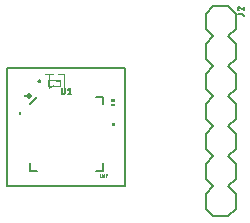
<source format=gbr>
G04 EAGLE Gerber X2 export*
%TF.Part,Single*%
%TF.FileFunction,Legend,Top,1*%
%TF.FilePolarity,Positive*%
%TF.GenerationSoftware,Autodesk,EAGLE,8.6.3*%
%TF.CreationDate,2018-03-09T19:37:19Z*%
G75*
%MOMM*%
%FSLAX34Y34*%
%LPD*%
%AMOC8*
5,1,8,0,0,1.08239X$1,22.5*%
G01*
%ADD10C,0.152400*%
%ADD11C,0.203200*%
%ADD12C,0.500000*%
%ADD13C,0.127000*%
%ADD14C,0.000000*%
%ADD15C,0.010000*%
%ADD16C,0.025400*%
%ADD17C,0.076200*%


D10*
X45000Y45000D02*
X45000Y145000D01*
X145000Y145000D01*
X145000Y45000D01*
X45000Y45000D01*
D11*
X64250Y58330D02*
X64250Y64600D01*
X64250Y58330D02*
X70520Y58330D01*
X126790Y58330D02*
X126790Y64600D01*
X126790Y120870D02*
X120520Y120870D01*
X120520Y58330D02*
X126790Y58330D01*
X126790Y114600D02*
X126790Y120870D01*
X70520Y120870D02*
X64250Y114600D01*
D12*
X63520Y121600D03*
D13*
X91345Y124576D02*
X91345Y128061D01*
X91344Y124576D02*
X91346Y124505D01*
X91352Y124433D01*
X91361Y124363D01*
X91374Y124293D01*
X91391Y124223D01*
X91412Y124155D01*
X91436Y124088D01*
X91464Y124022D01*
X91495Y123958D01*
X91530Y123895D01*
X91568Y123835D01*
X91609Y123776D01*
X91653Y123720D01*
X91700Y123666D01*
X91749Y123615D01*
X91802Y123567D01*
X91857Y123521D01*
X91914Y123479D01*
X91974Y123439D01*
X92035Y123403D01*
X92099Y123370D01*
X92164Y123341D01*
X92230Y123315D01*
X92298Y123292D01*
X92367Y123273D01*
X92437Y123258D01*
X92507Y123247D01*
X92578Y123239D01*
X92649Y123235D01*
X92721Y123235D01*
X92792Y123239D01*
X92863Y123247D01*
X92933Y123258D01*
X93003Y123273D01*
X93072Y123292D01*
X93140Y123315D01*
X93206Y123341D01*
X93271Y123370D01*
X93335Y123403D01*
X93396Y123439D01*
X93456Y123479D01*
X93513Y123521D01*
X93568Y123567D01*
X93621Y123615D01*
X93670Y123666D01*
X93717Y123720D01*
X93761Y123776D01*
X93802Y123835D01*
X93840Y123895D01*
X93875Y123958D01*
X93906Y124022D01*
X93934Y124088D01*
X93958Y124155D01*
X93979Y124223D01*
X93996Y124293D01*
X94009Y124363D01*
X94018Y124433D01*
X94024Y124505D01*
X94026Y124576D01*
X94026Y128061D01*
X97014Y126989D02*
X98355Y128061D01*
X98355Y123235D01*
X99695Y123235D02*
X97014Y123235D01*
D14*
X59529Y122396D02*
X59529Y121479D01*
X59528Y121479D02*
X59530Y121442D01*
X59536Y121406D01*
X59545Y121370D01*
X59559Y121335D01*
X59575Y121303D01*
X59595Y121272D01*
X59619Y121243D01*
X59645Y121217D01*
X59674Y121193D01*
X59705Y121173D01*
X59737Y121157D01*
X59772Y121143D01*
X59808Y121134D01*
X59844Y121128D01*
X59881Y121126D01*
X59918Y121128D01*
X59954Y121134D01*
X59990Y121143D01*
X60025Y121157D01*
X60058Y121173D01*
X60088Y121193D01*
X60117Y121217D01*
X60143Y121243D01*
X60167Y121272D01*
X60187Y121303D01*
X60203Y121335D01*
X60217Y121370D01*
X60226Y121406D01*
X60232Y121442D01*
X60234Y121479D01*
X60234Y122396D01*
X60986Y122396D02*
X60986Y121126D01*
X60986Y121761D02*
X60810Y121867D01*
X60809Y121867D02*
X60786Y121883D01*
X60765Y121902D01*
X60747Y121924D01*
X60732Y121948D01*
X60720Y121974D01*
X60712Y122001D01*
X60708Y122029D01*
X60707Y122058D01*
X60710Y122086D01*
X60717Y122113D01*
X60728Y122140D01*
X60742Y122164D01*
X60759Y122187D01*
X60779Y122207D01*
X60802Y122224D01*
X60826Y122238D01*
X60853Y122249D01*
X60880Y122256D01*
X60881Y122255D02*
X60925Y122261D01*
X60970Y122264D01*
X61014Y122263D01*
X61059Y122259D01*
X61103Y122251D01*
X61146Y122239D01*
X61188Y122224D01*
X61229Y122206D01*
X61269Y122184D01*
X60986Y121761D02*
X61163Y121655D01*
X61186Y121639D01*
X61207Y121620D01*
X61225Y121598D01*
X61240Y121574D01*
X61252Y121548D01*
X61260Y121521D01*
X61264Y121493D01*
X61265Y121464D01*
X61262Y121436D01*
X61255Y121409D01*
X61244Y121382D01*
X61230Y121358D01*
X61213Y121335D01*
X61193Y121315D01*
X61170Y121298D01*
X61146Y121284D01*
X61119Y121273D01*
X61092Y121266D01*
X61093Y121267D02*
X61048Y121261D01*
X61003Y121258D01*
X60959Y121259D01*
X60914Y121263D01*
X60870Y121271D01*
X60827Y121283D01*
X60785Y121298D01*
X60744Y121316D01*
X60704Y121338D01*
X61700Y121408D02*
X61982Y122396D01*
X61700Y121408D02*
X62406Y121408D01*
X62194Y121690D02*
X62194Y121126D01*
D15*
X89650Y130270D02*
X89650Y135270D01*
X89650Y130270D02*
X79650Y130270D01*
X79650Y135270D01*
X89650Y135270D01*
D14*
X86773Y135270D02*
X86773Y134353D01*
X86775Y134316D01*
X86781Y134280D01*
X86790Y134244D01*
X86804Y134209D01*
X86820Y134177D01*
X86840Y134146D01*
X86864Y134117D01*
X86890Y134091D01*
X86919Y134067D01*
X86950Y134047D01*
X86982Y134031D01*
X87017Y134017D01*
X87053Y134008D01*
X87089Y134002D01*
X87126Y134000D01*
X87163Y134002D01*
X87199Y134008D01*
X87235Y134017D01*
X87270Y134031D01*
X87303Y134047D01*
X87333Y134067D01*
X87362Y134091D01*
X87388Y134117D01*
X87412Y134146D01*
X87432Y134177D01*
X87448Y134209D01*
X87462Y134244D01*
X87471Y134280D01*
X87477Y134316D01*
X87479Y134353D01*
X87478Y134353D02*
X87478Y135270D01*
X88230Y135270D02*
X88230Y134000D01*
X88230Y134635D02*
X88054Y134741D01*
X88053Y134741D02*
X88030Y134757D01*
X88009Y134776D01*
X87991Y134798D01*
X87976Y134822D01*
X87964Y134848D01*
X87956Y134875D01*
X87952Y134903D01*
X87951Y134932D01*
X87954Y134960D01*
X87961Y134987D01*
X87972Y135014D01*
X87986Y135038D01*
X88003Y135061D01*
X88023Y135081D01*
X88046Y135098D01*
X88070Y135112D01*
X88097Y135123D01*
X88124Y135130D01*
X88125Y135129D02*
X88169Y135135D01*
X88214Y135138D01*
X88258Y135137D01*
X88303Y135133D01*
X88347Y135125D01*
X88390Y135113D01*
X88432Y135098D01*
X88473Y135080D01*
X88513Y135058D01*
X88230Y134635D02*
X88407Y134529D01*
X88430Y134513D01*
X88451Y134494D01*
X88469Y134472D01*
X88484Y134448D01*
X88496Y134422D01*
X88504Y134395D01*
X88508Y134367D01*
X88509Y134338D01*
X88506Y134310D01*
X88499Y134283D01*
X88488Y134256D01*
X88474Y134232D01*
X88457Y134209D01*
X88437Y134189D01*
X88414Y134172D01*
X88390Y134158D01*
X88363Y134147D01*
X88336Y134140D01*
X88337Y134141D02*
X88292Y134135D01*
X88247Y134132D01*
X88203Y134133D01*
X88158Y134137D01*
X88114Y134145D01*
X88071Y134157D01*
X88029Y134172D01*
X87988Y134190D01*
X87948Y134212D01*
X88944Y134000D02*
X89368Y134000D01*
X89400Y134002D01*
X89431Y134007D01*
X89461Y134016D01*
X89490Y134028D01*
X89518Y134043D01*
X89544Y134062D01*
X89567Y134083D01*
X89588Y134106D01*
X89607Y134132D01*
X89622Y134160D01*
X89634Y134189D01*
X89643Y134219D01*
X89648Y134250D01*
X89650Y134282D01*
X89650Y134423D01*
X89648Y134455D01*
X89643Y134486D01*
X89634Y134516D01*
X89622Y134545D01*
X89607Y134573D01*
X89588Y134599D01*
X89567Y134622D01*
X89544Y134643D01*
X89518Y134662D01*
X89490Y134677D01*
X89461Y134689D01*
X89431Y134698D01*
X89400Y134703D01*
X89368Y134705D01*
X89368Y134706D02*
X88944Y134706D01*
X88944Y135270D01*
X89650Y135270D01*
X132763Y115180D02*
X132763Y114263D01*
X132765Y114226D01*
X132771Y114190D01*
X132780Y114154D01*
X132794Y114119D01*
X132810Y114087D01*
X132830Y114056D01*
X132854Y114027D01*
X132880Y114001D01*
X132909Y113977D01*
X132940Y113957D01*
X132972Y113941D01*
X133007Y113927D01*
X133043Y113918D01*
X133079Y113912D01*
X133116Y113910D01*
X133153Y113912D01*
X133189Y113918D01*
X133225Y113927D01*
X133260Y113941D01*
X133293Y113957D01*
X133323Y113977D01*
X133352Y114001D01*
X133378Y114027D01*
X133402Y114056D01*
X133422Y114087D01*
X133438Y114119D01*
X133452Y114154D01*
X133461Y114190D01*
X133467Y114226D01*
X133469Y114263D01*
X133468Y114263D02*
X133468Y115180D01*
X134220Y115180D02*
X134220Y113910D01*
X134220Y114545D02*
X134044Y114651D01*
X134043Y114651D02*
X134020Y114667D01*
X133999Y114686D01*
X133981Y114708D01*
X133966Y114732D01*
X133954Y114758D01*
X133946Y114785D01*
X133942Y114813D01*
X133941Y114842D01*
X133944Y114870D01*
X133951Y114897D01*
X133962Y114924D01*
X133976Y114948D01*
X133993Y114971D01*
X134013Y114991D01*
X134036Y115008D01*
X134060Y115022D01*
X134087Y115033D01*
X134114Y115040D01*
X134115Y115039D02*
X134159Y115045D01*
X134204Y115048D01*
X134248Y115047D01*
X134293Y115043D01*
X134337Y115035D01*
X134380Y115023D01*
X134422Y115008D01*
X134463Y114990D01*
X134503Y114968D01*
X134220Y114545D02*
X134397Y114439D01*
X134420Y114423D01*
X134441Y114404D01*
X134459Y114382D01*
X134474Y114358D01*
X134486Y114332D01*
X134494Y114305D01*
X134498Y114277D01*
X134499Y114248D01*
X134496Y114220D01*
X134489Y114193D01*
X134478Y114166D01*
X134464Y114142D01*
X134447Y114119D01*
X134427Y114099D01*
X134404Y114082D01*
X134380Y114068D01*
X134353Y114057D01*
X134326Y114050D01*
X134327Y114051D02*
X134282Y114045D01*
X134237Y114042D01*
X134193Y114043D01*
X134148Y114047D01*
X134104Y114055D01*
X134061Y114067D01*
X134019Y114082D01*
X133978Y114100D01*
X133938Y114122D01*
X134934Y114263D02*
X134936Y114300D01*
X134942Y114336D01*
X134951Y114372D01*
X134965Y114407D01*
X134981Y114440D01*
X135001Y114470D01*
X135025Y114499D01*
X135051Y114525D01*
X135080Y114549D01*
X135111Y114569D01*
X135143Y114585D01*
X135178Y114599D01*
X135214Y114608D01*
X135250Y114614D01*
X135287Y114616D01*
X135324Y114614D01*
X135360Y114608D01*
X135396Y114599D01*
X135431Y114585D01*
X135464Y114569D01*
X135494Y114549D01*
X135523Y114525D01*
X135549Y114499D01*
X135573Y114470D01*
X135593Y114440D01*
X135609Y114407D01*
X135623Y114372D01*
X135632Y114336D01*
X135638Y114300D01*
X135640Y114263D01*
X135638Y114226D01*
X135632Y114190D01*
X135623Y114154D01*
X135609Y114119D01*
X135593Y114087D01*
X135573Y114056D01*
X135549Y114027D01*
X135523Y114001D01*
X135494Y113977D01*
X135464Y113957D01*
X135431Y113941D01*
X135396Y113927D01*
X135360Y113918D01*
X135324Y113912D01*
X135287Y113910D01*
X135250Y113912D01*
X135214Y113918D01*
X135178Y113927D01*
X135143Y113941D01*
X135111Y113957D01*
X135080Y113977D01*
X135051Y114001D01*
X135025Y114027D01*
X135001Y114056D01*
X134981Y114087D01*
X134965Y114119D01*
X134951Y114154D01*
X134942Y114190D01*
X134936Y114226D01*
X134934Y114263D01*
X135005Y114898D02*
X135007Y114931D01*
X135013Y114963D01*
X135022Y114994D01*
X135035Y115025D01*
X135051Y115053D01*
X135071Y115079D01*
X135093Y115103D01*
X135119Y115124D01*
X135146Y115142D01*
X135175Y115157D01*
X135206Y115168D01*
X135238Y115176D01*
X135271Y115180D01*
X135303Y115180D01*
X135336Y115176D01*
X135368Y115168D01*
X135399Y115157D01*
X135428Y115142D01*
X135455Y115124D01*
X135481Y115103D01*
X135503Y115079D01*
X135523Y115053D01*
X135539Y115025D01*
X135552Y114994D01*
X135561Y114963D01*
X135567Y114931D01*
X135569Y114898D01*
X135567Y114865D01*
X135561Y114833D01*
X135552Y114802D01*
X135539Y114771D01*
X135523Y114743D01*
X135503Y114717D01*
X135481Y114693D01*
X135455Y114672D01*
X135428Y114654D01*
X135399Y114639D01*
X135368Y114628D01*
X135336Y114620D01*
X135303Y114616D01*
X135271Y114616D01*
X135238Y114620D01*
X135206Y114628D01*
X135175Y114639D01*
X135146Y114654D01*
X135119Y114672D01*
X135093Y114693D01*
X135071Y114717D01*
X135051Y114743D01*
X135035Y114771D01*
X135022Y114802D01*
X135013Y114833D01*
X135007Y114865D01*
X135005Y114898D01*
X132803Y117743D02*
X132803Y118660D01*
X132803Y117743D02*
X132805Y117706D01*
X132811Y117670D01*
X132820Y117634D01*
X132834Y117599D01*
X132850Y117567D01*
X132870Y117536D01*
X132894Y117507D01*
X132920Y117481D01*
X132949Y117457D01*
X132980Y117437D01*
X133012Y117421D01*
X133047Y117407D01*
X133083Y117398D01*
X133119Y117392D01*
X133156Y117390D01*
X133193Y117392D01*
X133229Y117398D01*
X133265Y117407D01*
X133300Y117421D01*
X133333Y117437D01*
X133363Y117457D01*
X133392Y117481D01*
X133418Y117507D01*
X133442Y117536D01*
X133462Y117567D01*
X133478Y117599D01*
X133492Y117634D01*
X133501Y117670D01*
X133507Y117706D01*
X133509Y117743D01*
X133508Y117743D02*
X133508Y118660D01*
X134260Y118660D02*
X134260Y117390D01*
X134260Y118025D02*
X134084Y118131D01*
X134083Y118131D02*
X134060Y118147D01*
X134039Y118166D01*
X134021Y118188D01*
X134006Y118212D01*
X133994Y118238D01*
X133986Y118265D01*
X133982Y118293D01*
X133981Y118322D01*
X133984Y118350D01*
X133991Y118377D01*
X134002Y118404D01*
X134016Y118428D01*
X134033Y118451D01*
X134053Y118471D01*
X134076Y118488D01*
X134100Y118502D01*
X134127Y118513D01*
X134154Y118520D01*
X134155Y118519D02*
X134199Y118525D01*
X134244Y118528D01*
X134288Y118527D01*
X134333Y118523D01*
X134377Y118515D01*
X134420Y118503D01*
X134462Y118488D01*
X134503Y118470D01*
X134543Y118448D01*
X134260Y118025D02*
X134437Y117919D01*
X134460Y117903D01*
X134481Y117884D01*
X134499Y117862D01*
X134514Y117838D01*
X134526Y117812D01*
X134534Y117785D01*
X134538Y117757D01*
X134539Y117728D01*
X134536Y117700D01*
X134529Y117673D01*
X134518Y117646D01*
X134504Y117622D01*
X134487Y117599D01*
X134467Y117579D01*
X134444Y117562D01*
X134420Y117548D01*
X134393Y117537D01*
X134366Y117530D01*
X134367Y117531D02*
X134322Y117525D01*
X134277Y117522D01*
X134233Y117523D01*
X134188Y117527D01*
X134144Y117535D01*
X134101Y117547D01*
X134059Y117562D01*
X134018Y117580D01*
X133978Y117602D01*
X135257Y117954D02*
X135680Y117954D01*
X135257Y117955D02*
X135225Y117957D01*
X135194Y117962D01*
X135164Y117971D01*
X135135Y117983D01*
X135107Y117998D01*
X135081Y118017D01*
X135058Y118038D01*
X135037Y118061D01*
X135018Y118087D01*
X135003Y118115D01*
X134991Y118144D01*
X134982Y118174D01*
X134977Y118205D01*
X134975Y118237D01*
X134974Y118237D02*
X134974Y118307D01*
X134976Y118344D01*
X134982Y118380D01*
X134991Y118416D01*
X135005Y118451D01*
X135021Y118484D01*
X135041Y118514D01*
X135065Y118543D01*
X135091Y118569D01*
X135120Y118593D01*
X135151Y118613D01*
X135183Y118629D01*
X135218Y118643D01*
X135254Y118652D01*
X135290Y118658D01*
X135327Y118660D01*
X135364Y118658D01*
X135400Y118652D01*
X135436Y118643D01*
X135471Y118629D01*
X135504Y118613D01*
X135534Y118593D01*
X135563Y118569D01*
X135589Y118543D01*
X135613Y118514D01*
X135633Y118484D01*
X135649Y118451D01*
X135663Y118416D01*
X135672Y118380D01*
X135678Y118344D01*
X135680Y118307D01*
X135680Y117954D01*
X135678Y117907D01*
X135672Y117861D01*
X135663Y117816D01*
X135649Y117771D01*
X135632Y117727D01*
X135612Y117686D01*
X135588Y117646D01*
X135561Y117608D01*
X135531Y117572D01*
X135498Y117539D01*
X135462Y117509D01*
X135424Y117482D01*
X135384Y117458D01*
X135343Y117438D01*
X135299Y117421D01*
X135254Y117407D01*
X135209Y117398D01*
X135163Y117392D01*
X135116Y117390D01*
X56445Y106585D02*
X56445Y106303D01*
X56444Y106303D02*
X56442Y106271D01*
X56437Y106240D01*
X56428Y106210D01*
X56416Y106181D01*
X56401Y106153D01*
X56382Y106127D01*
X56361Y106104D01*
X56338Y106083D01*
X56312Y106064D01*
X56284Y106049D01*
X56255Y106037D01*
X56225Y106028D01*
X56194Y106023D01*
X56162Y106021D01*
X56162Y106020D02*
X55457Y106020D01*
X55457Y106021D02*
X55425Y106023D01*
X55394Y106028D01*
X55364Y106037D01*
X55335Y106049D01*
X55307Y106064D01*
X55281Y106083D01*
X55258Y106104D01*
X55237Y106127D01*
X55218Y106153D01*
X55203Y106181D01*
X55191Y106210D01*
X55182Y106240D01*
X55177Y106271D01*
X55175Y106303D01*
X55175Y106585D01*
X55174Y107363D02*
X55176Y107396D01*
X55181Y107429D01*
X55190Y107461D01*
X55201Y107492D01*
X55217Y107522D01*
X55235Y107550D01*
X55256Y107576D01*
X55279Y107599D01*
X55305Y107620D01*
X55333Y107638D01*
X55363Y107654D01*
X55394Y107665D01*
X55426Y107674D01*
X55459Y107679D01*
X55492Y107681D01*
X55174Y107363D02*
X55176Y107324D01*
X55182Y107285D01*
X55191Y107246D01*
X55204Y107209D01*
X55221Y107173D01*
X55241Y107139D01*
X55264Y107107D01*
X55290Y107078D01*
X55319Y107051D01*
X55351Y107027D01*
X55384Y107006D01*
X55419Y106989D01*
X55456Y106975D01*
X55739Y107574D02*
X55714Y107598D01*
X55687Y107619D01*
X55657Y107637D01*
X55626Y107652D01*
X55594Y107664D01*
X55561Y107673D01*
X55526Y107678D01*
X55492Y107680D01*
X55739Y107574D02*
X56445Y106975D01*
X56445Y107680D01*
X135697Y97586D02*
X135697Y97304D01*
X135696Y97304D02*
X135694Y97272D01*
X135689Y97241D01*
X135680Y97211D01*
X135668Y97182D01*
X135653Y97154D01*
X135634Y97128D01*
X135613Y97105D01*
X135590Y97084D01*
X135564Y97065D01*
X135536Y97050D01*
X135507Y97038D01*
X135477Y97029D01*
X135446Y97024D01*
X135414Y97022D01*
X134709Y97022D01*
X134677Y97024D01*
X134646Y97029D01*
X134616Y97038D01*
X134587Y97050D01*
X134559Y97065D01*
X134533Y97084D01*
X134510Y97105D01*
X134489Y97128D01*
X134470Y97154D01*
X134455Y97182D01*
X134443Y97211D01*
X134434Y97241D01*
X134429Y97272D01*
X134427Y97304D01*
X134427Y97586D01*
X135697Y97976D02*
X135697Y98399D01*
X135696Y98399D02*
X135694Y98431D01*
X135689Y98462D01*
X135680Y98492D01*
X135668Y98521D01*
X135653Y98549D01*
X135634Y98575D01*
X135613Y98598D01*
X135590Y98619D01*
X135564Y98638D01*
X135536Y98653D01*
X135507Y98665D01*
X135477Y98674D01*
X135446Y98679D01*
X135414Y98681D01*
X135273Y98681D01*
X135241Y98679D01*
X135210Y98674D01*
X135180Y98665D01*
X135151Y98653D01*
X135123Y98638D01*
X135097Y98619D01*
X135074Y98598D01*
X135053Y98575D01*
X135034Y98549D01*
X135019Y98521D01*
X135007Y98492D01*
X134998Y98462D01*
X134993Y98431D01*
X134991Y98399D01*
X134991Y97976D01*
X134427Y97976D01*
X134427Y98681D01*
D16*
X124233Y55090D02*
X124233Y53439D01*
X124235Y53390D01*
X124240Y53342D01*
X124250Y53294D01*
X124263Y53247D01*
X124279Y53202D01*
X124299Y53157D01*
X124322Y53115D01*
X124349Y53074D01*
X124378Y53035D01*
X124410Y52999D01*
X124446Y52965D01*
X124483Y52934D01*
X124523Y52906D01*
X124565Y52881D01*
X124608Y52860D01*
X124653Y52841D01*
X124700Y52827D01*
X124747Y52816D01*
X124795Y52808D01*
X124844Y52804D01*
X124892Y52804D01*
X124941Y52808D01*
X124989Y52816D01*
X125036Y52827D01*
X125083Y52841D01*
X125128Y52860D01*
X125171Y52881D01*
X125213Y52906D01*
X125253Y52934D01*
X125290Y52965D01*
X125326Y52999D01*
X125358Y53035D01*
X125387Y53074D01*
X125414Y53115D01*
X125437Y53157D01*
X125457Y53202D01*
X125473Y53247D01*
X125486Y53294D01*
X125496Y53342D01*
X125501Y53390D01*
X125503Y53439D01*
X125503Y55090D01*
X127077Y55090D02*
X127077Y52804D01*
X127077Y53947D02*
X126760Y54137D01*
X126728Y54158D01*
X126699Y54183D01*
X126672Y54210D01*
X126648Y54240D01*
X126627Y54272D01*
X126610Y54306D01*
X126596Y54341D01*
X126585Y54378D01*
X126579Y54416D01*
X126576Y54454D01*
X126577Y54492D01*
X126582Y54530D01*
X126591Y54567D01*
X126603Y54603D01*
X126619Y54638D01*
X126639Y54671D01*
X126661Y54702D01*
X126687Y54730D01*
X126715Y54756D01*
X126746Y54778D01*
X126779Y54798D01*
X126814Y54814D01*
X126850Y54826D01*
X126887Y54835D01*
X126887Y54836D02*
X126947Y54845D01*
X127007Y54850D01*
X127068Y54852D01*
X127128Y54850D01*
X127188Y54845D01*
X127248Y54836D01*
X127307Y54823D01*
X127365Y54807D01*
X127423Y54787D01*
X127478Y54764D01*
X127533Y54738D01*
X127586Y54709D01*
X127077Y53947D02*
X127395Y53756D01*
X127427Y53735D01*
X127456Y53710D01*
X127483Y53683D01*
X127507Y53653D01*
X127528Y53621D01*
X127545Y53587D01*
X127559Y53552D01*
X127570Y53515D01*
X127576Y53477D01*
X127579Y53439D01*
X127578Y53401D01*
X127573Y53363D01*
X127564Y53326D01*
X127552Y53290D01*
X127536Y53255D01*
X127516Y53222D01*
X127494Y53191D01*
X127468Y53163D01*
X127440Y53137D01*
X127409Y53115D01*
X127376Y53095D01*
X127341Y53079D01*
X127305Y53067D01*
X127268Y53058D01*
X127268Y53057D02*
X127208Y53048D01*
X127148Y53043D01*
X127087Y53041D01*
X127027Y53043D01*
X126967Y53048D01*
X126907Y53057D01*
X126848Y53070D01*
X126790Y53086D01*
X126732Y53106D01*
X126677Y53129D01*
X126622Y53155D01*
X126569Y53184D01*
X128576Y54836D02*
X128576Y55090D01*
X129846Y55090D01*
X129211Y52804D01*
D11*
X238659Y38587D02*
X238659Y25887D01*
X232309Y19537D01*
X219609Y19537D02*
X213259Y25887D01*
X238659Y63987D02*
X232309Y70337D01*
X238659Y63987D02*
X238659Y51287D01*
X232309Y44937D01*
X219609Y44937D02*
X213259Y51287D01*
X213259Y63987D01*
X219609Y70337D01*
X232309Y44937D02*
X238659Y38587D01*
X219609Y44937D02*
X213259Y38587D01*
X213259Y25887D01*
X238659Y102087D02*
X238659Y114787D01*
X238659Y102087D02*
X232309Y95737D01*
X219609Y95737D02*
X213259Y102087D01*
X232309Y95737D02*
X238659Y89387D01*
X238659Y76687D01*
X232309Y70337D01*
X219609Y70337D02*
X213259Y76687D01*
X213259Y89387D01*
X219609Y95737D01*
X238659Y140187D02*
X232309Y146537D01*
X238659Y140187D02*
X238659Y127487D01*
X232309Y121137D01*
X219609Y121137D02*
X213259Y127487D01*
X213259Y140187D01*
X219609Y146537D01*
X232309Y121137D02*
X238659Y114787D01*
X219609Y121137D02*
X213259Y114787D01*
X213259Y102087D01*
X238659Y178287D02*
X238659Y190987D01*
X238659Y178287D02*
X232309Y171937D01*
X219609Y171937D02*
X213259Y178287D01*
X232309Y171937D02*
X238659Y165587D01*
X238659Y152887D01*
X232309Y146537D01*
X219609Y146537D02*
X213259Y152887D01*
X213259Y165587D01*
X219609Y171937D01*
X219609Y197337D02*
X232309Y197337D01*
X238659Y190987D01*
X219609Y197337D02*
X213259Y190987D01*
X213259Y178287D01*
X219609Y19537D02*
X232309Y19537D01*
D13*
X240564Y191073D02*
X244318Y191073D01*
X244383Y191071D01*
X244447Y191065D01*
X244511Y191055D01*
X244575Y191042D01*
X244637Y191024D01*
X244698Y191003D01*
X244758Y190979D01*
X244816Y190950D01*
X244873Y190918D01*
X244927Y190883D01*
X244979Y190845D01*
X245029Y190803D01*
X245076Y190759D01*
X245120Y190712D01*
X245162Y190662D01*
X245200Y190610D01*
X245235Y190556D01*
X245267Y190499D01*
X245296Y190441D01*
X245320Y190381D01*
X245341Y190320D01*
X245359Y190258D01*
X245372Y190194D01*
X245382Y190130D01*
X245388Y190066D01*
X245390Y190001D01*
X245390Y189465D01*
X240564Y195496D02*
X240566Y195564D01*
X240572Y195631D01*
X240581Y195698D01*
X240594Y195765D01*
X240611Y195830D01*
X240632Y195895D01*
X240656Y195958D01*
X240684Y196020D01*
X240715Y196080D01*
X240749Y196138D01*
X240787Y196194D01*
X240827Y196249D01*
X240871Y196300D01*
X240918Y196349D01*
X240967Y196396D01*
X241018Y196440D01*
X241073Y196480D01*
X241129Y196518D01*
X241187Y196552D01*
X241247Y196583D01*
X241309Y196611D01*
X241372Y196635D01*
X241437Y196656D01*
X241502Y196673D01*
X241569Y196686D01*
X241636Y196695D01*
X241703Y196701D01*
X241771Y196703D01*
X240564Y195496D02*
X240566Y195418D01*
X240572Y195340D01*
X240582Y195263D01*
X240595Y195186D01*
X240613Y195110D01*
X240634Y195035D01*
X240659Y194961D01*
X240688Y194889D01*
X240720Y194818D01*
X240756Y194749D01*
X240795Y194681D01*
X240838Y194616D01*
X240884Y194553D01*
X240933Y194492D01*
X240985Y194434D01*
X241040Y194379D01*
X241097Y194326D01*
X241157Y194277D01*
X241220Y194230D01*
X241285Y194187D01*
X241351Y194147D01*
X241420Y194110D01*
X241491Y194077D01*
X241563Y194047D01*
X241637Y194021D01*
X242709Y196301D02*
X242660Y196350D01*
X242608Y196397D01*
X242553Y196440D01*
X242496Y196481D01*
X242437Y196519D01*
X242376Y196553D01*
X242313Y196584D01*
X242249Y196612D01*
X242183Y196636D01*
X242117Y196656D01*
X242049Y196673D01*
X241980Y196686D01*
X241911Y196695D01*
X241841Y196701D01*
X241771Y196703D01*
X242709Y196300D02*
X245390Y194021D01*
X245390Y196702D01*
D10*
X73280Y134089D02*
X73278Y134143D01*
X73272Y134197D01*
X73263Y134251D01*
X73249Y134304D01*
X73232Y134355D01*
X73211Y134406D01*
X73187Y134454D01*
X73159Y134501D01*
X73128Y134546D01*
X73094Y134588D01*
X73057Y134628D01*
X73017Y134665D01*
X72975Y134699D01*
X72930Y134730D01*
X72883Y134758D01*
X72835Y134782D01*
X72784Y134803D01*
X72733Y134820D01*
X72680Y134834D01*
X72626Y134843D01*
X72572Y134849D01*
X72518Y134851D01*
X72464Y134849D01*
X72410Y134843D01*
X72356Y134834D01*
X72303Y134820D01*
X72252Y134803D01*
X72201Y134782D01*
X72153Y134758D01*
X72106Y134730D01*
X72061Y134699D01*
X72019Y134665D01*
X71979Y134628D01*
X71942Y134588D01*
X71908Y134546D01*
X71877Y134501D01*
X71849Y134454D01*
X71825Y134406D01*
X71804Y134355D01*
X71787Y134304D01*
X71773Y134251D01*
X71764Y134197D01*
X71758Y134143D01*
X71756Y134089D01*
X71758Y134035D01*
X71764Y133981D01*
X71773Y133927D01*
X71787Y133874D01*
X71804Y133823D01*
X71825Y133772D01*
X71849Y133724D01*
X71877Y133677D01*
X71908Y133632D01*
X71942Y133590D01*
X71979Y133550D01*
X72019Y133513D01*
X72061Y133479D01*
X72106Y133448D01*
X72153Y133420D01*
X72201Y133396D01*
X72252Y133375D01*
X72303Y133358D01*
X72356Y133344D01*
X72410Y133335D01*
X72464Y133329D01*
X72518Y133327D01*
X72572Y133329D01*
X72626Y133335D01*
X72680Y133344D01*
X72733Y133358D01*
X72784Y133375D01*
X72835Y133396D01*
X72883Y133420D01*
X72930Y133448D01*
X72975Y133479D01*
X73017Y133513D01*
X73057Y133550D01*
X73094Y133590D01*
X73128Y133632D01*
X73159Y133677D01*
X73187Y133724D01*
X73211Y133772D01*
X73232Y133823D01*
X73249Y133874D01*
X73263Y133927D01*
X73272Y133981D01*
X73278Y134035D01*
X73280Y134089D01*
D17*
X93473Y128120D02*
X93473Y140058D01*
X88168Y140058D01*
X83968Y130773D02*
X80652Y128120D01*
X80652Y140058D01*
X83968Y140058D02*
X77336Y140058D01*
M02*

</source>
